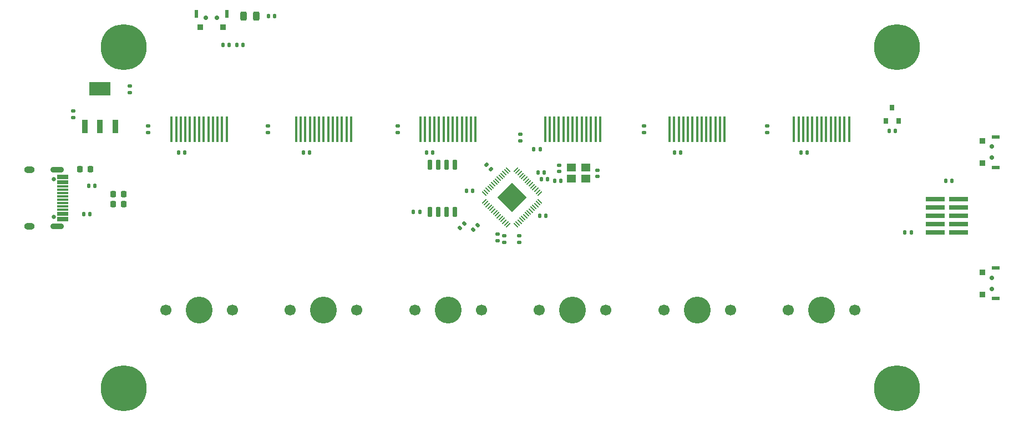
<source format=gbs>
G04 #@! TF.GenerationSoftware,KiCad,Pcbnew,6.0.7-f9a2dced07~116~ubuntu22.04.1*
G04 #@! TF.CreationDate,2022-09-04T10:12:19-07:00*
G04 #@! TF.ProjectId,keypad-base-rp2040,6b657970-6164-42d6-9261-73652d727032,Jun2021*
G04 #@! TF.SameCoordinates,PX55fe290PY71d9820*
G04 #@! TF.FileFunction,Soldermask,Bot*
G04 #@! TF.FilePolarity,Negative*
%FSLAX46Y46*%
G04 Gerber Fmt 4.6, Leading zero omitted, Abs format (unit mm)*
G04 Created by KiCad (PCBNEW 6.0.7-f9a2dced07~116~ubuntu22.04.1) date 2022-09-04 10:12:19*
%MOMM*%
%LPD*%
G01*
G04 APERTURE LIST*
G04 Aperture macros list*
%AMRoundRect*
0 Rectangle with rounded corners*
0 $1 Rounding radius*
0 $2 $3 $4 $5 $6 $7 $8 $9 X,Y pos of 4 corners*
0 Add a 4 corners polygon primitive as box body*
4,1,4,$2,$3,$4,$5,$6,$7,$8,$9,$2,$3,0*
0 Add four circle primitives for the rounded corners*
1,1,$1+$1,$2,$3*
1,1,$1+$1,$4,$5*
1,1,$1+$1,$6,$7*
1,1,$1+$1,$8,$9*
0 Add four rect primitives between the rounded corners*
20,1,$1+$1,$2,$3,$4,$5,0*
20,1,$1+$1,$4,$5,$6,$7,0*
20,1,$1+$1,$6,$7,$8,$9,0*
20,1,$1+$1,$8,$9,$2,$3,0*%
G04 Aperture macros list end*
%ADD10C,4.100000*%
%ADD11C,1.700000*%
%ADD12C,0.700000*%
%ADD13R,0.900000X0.900000*%
%ADD14R,1.200000X0.600000*%
%ADD15R,0.400000X4.000000*%
%ADD16C,0.650000*%
%ADD17R,1.750000X0.300000*%
%ADD18O,2.100000X0.900000*%
%ADD19O,1.600000X1.000000*%
%ADD20C,7.000000*%
%ADD21RoundRect,0.147500X0.172500X-0.147500X0.172500X0.147500X-0.172500X0.147500X-0.172500X-0.147500X0*%
%ADD22RoundRect,0.147500X-0.172500X0.147500X-0.172500X-0.147500X0.172500X-0.147500X0.172500X0.147500X0*%
%ADD23RoundRect,0.147500X-0.017678X0.226274X-0.226274X0.017678X0.017678X-0.226274X0.226274X-0.017678X0*%
%ADD24RoundRect,0.218750X0.218750X0.256250X-0.218750X0.256250X-0.218750X-0.256250X0.218750X-0.256250X0*%
%ADD25RoundRect,0.147500X0.147500X0.172500X-0.147500X0.172500X-0.147500X-0.172500X0.147500X-0.172500X0*%
%ADD26RoundRect,0.147500X-0.147500X-0.172500X0.147500X-0.172500X0.147500X0.172500X-0.147500X0.172500X0*%
%ADD27R,1.400000X1.200000*%
%ADD28R,0.950000X2.150000*%
%ADD29R,3.250000X2.150000*%
%ADD30RoundRect,0.147500X0.226274X0.017678X0.017678X0.226274X-0.226274X-0.017678X-0.017678X-0.226274X0*%
%ADD31R,2.997200X0.762000*%
%ADD32RoundRect,0.218750X-0.218750X-0.256250X0.218750X-0.256250X0.218750X0.256250X-0.218750X0.256250X0*%
%ADD33RoundRect,0.243750X-0.243750X-0.456250X0.243750X-0.456250X0.243750X0.456250X-0.243750X0.456250X0*%
%ADD34R,0.600000X1.200000*%
%ADD35R,0.800000X0.900000*%
%ADD36RoundRect,0.050000X-0.309359X0.238649X0.238649X-0.309359X0.309359X-0.238649X-0.238649X0.309359X0*%
%ADD37RoundRect,0.050000X-0.309359X-0.238649X-0.238649X-0.309359X0.309359X0.238649X0.238649X0.309359X0*%
%ADD38RoundRect,0.144000X-2.059095X0.000000X0.000000X-2.059095X2.059095X0.000000X0.000000X2.059095X0*%
%ADD39RoundRect,0.150000X-0.150000X0.650000X-0.150000X-0.650000X0.150000X-0.650000X0.150000X0.650000X0*%
G04 APERTURE END LIST*
D10*
G04 #@! TO.C,SW1*
X28830000Y19380000D03*
D11*
X23750000Y19380000D03*
X33910000Y19380000D03*
G04 #@! TD*
G04 #@! TO.C,SW2*
X52910000Y19380000D03*
D10*
X47830000Y19380000D03*
D11*
X42750000Y19380000D03*
G04 #@! TD*
G04 #@! TO.C,SW3*
X71910000Y19380000D03*
D10*
X66830000Y19380000D03*
D11*
X61750000Y19380000D03*
G04 #@! TD*
D10*
G04 #@! TO.C,SW4*
X85830000Y19380000D03*
D11*
X90910000Y19380000D03*
X80750000Y19380000D03*
G04 #@! TD*
G04 #@! TO.C,SW5*
X99750000Y19380000D03*
D10*
X104830000Y19380000D03*
D11*
X109910000Y19380000D03*
G04 #@! TD*
G04 #@! TO.C,SW6*
X118750000Y19380000D03*
D10*
X123830000Y19380000D03*
D11*
X128910000Y19380000D03*
G04 #@! TD*
D12*
G04 #@! TO.C,SW8*
X149830000Y44330000D03*
X149830000Y42630000D03*
D13*
X148380000Y45180000D03*
X148380000Y41780000D03*
D14*
X150430000Y41180000D03*
X150430000Y45780000D03*
G04 #@! TD*
D12*
G04 #@! TO.C,SW7*
X149830000Y24330000D03*
X149830000Y22630000D03*
D13*
X148380000Y25180000D03*
X148380000Y21780000D03*
D14*
X150430000Y21180000D03*
X150430000Y25780000D03*
G04 #@! TD*
D15*
G04 #@! TO.C,U3*
X33030000Y46956000D03*
X32330000Y46956000D03*
X31630000Y46956000D03*
X30930000Y46956000D03*
X30230000Y46956000D03*
X29530000Y46956000D03*
X28830000Y46956000D03*
X28130000Y46956000D03*
X27430000Y46956000D03*
X26730000Y46956000D03*
X26030000Y46956000D03*
X25330000Y46956000D03*
X24630000Y46956000D03*
G04 #@! TD*
G04 #@! TO.C,U4*
X52030000Y46956000D03*
X51330000Y46956000D03*
X50630000Y46956000D03*
X49930000Y46956000D03*
X49230000Y46956000D03*
X48530000Y46956000D03*
X47830000Y46956000D03*
X47130000Y46956000D03*
X46430000Y46956000D03*
X45730000Y46956000D03*
X45030000Y46956000D03*
X44330000Y46956000D03*
X43630000Y46956000D03*
G04 #@! TD*
G04 #@! TO.C,U5*
X71030000Y46956000D03*
X70330000Y46956000D03*
X69630000Y46956000D03*
X68930000Y46956000D03*
X68230000Y46956000D03*
X67530000Y46956000D03*
X66830000Y46956000D03*
X66130000Y46956000D03*
X65430000Y46956000D03*
X64730000Y46956000D03*
X64030000Y46956000D03*
X63330000Y46956000D03*
X62630000Y46956000D03*
G04 #@! TD*
G04 #@! TO.C,U7*
X109030000Y46956000D03*
X108330000Y46956000D03*
X107630000Y46956000D03*
X106930000Y46956000D03*
X106230000Y46956000D03*
X105530000Y46956000D03*
X104830000Y46956000D03*
X104130000Y46956000D03*
X103430000Y46956000D03*
X102730000Y46956000D03*
X102030000Y46956000D03*
X101330000Y46956000D03*
X100630000Y46956000D03*
G04 #@! TD*
G04 #@! TO.C,U8*
X128030000Y46956000D03*
X127330000Y46956000D03*
X126630000Y46956000D03*
X125930000Y46956000D03*
X125230000Y46956000D03*
X124530000Y46956000D03*
X123830000Y46956000D03*
X123130000Y46956000D03*
X122430000Y46956000D03*
X121730000Y46956000D03*
X121030000Y46956000D03*
X120330000Y46956000D03*
X119630000Y46956000D03*
G04 #@! TD*
D16*
G04 #@! TO.C,J1*
X6640000Y39370000D03*
X6640000Y33590000D03*
D17*
X7980000Y33130000D03*
X7980000Y33930000D03*
X7980000Y35230000D03*
X7980000Y36230000D03*
X7980000Y36730000D03*
X7980000Y37730000D03*
X7980000Y39030000D03*
X7980000Y39830000D03*
X7980000Y39530000D03*
X7980000Y38730000D03*
X7980000Y38230000D03*
X7980000Y37230000D03*
X7980000Y35730000D03*
X7980000Y34730000D03*
X7980000Y34230000D03*
X7980000Y33430000D03*
D18*
X7140000Y40800000D03*
D19*
X2960000Y32160000D03*
X2960000Y40800000D03*
D18*
X7140000Y32160000D03*
G04 #@! TD*
D15*
G04 #@! TO.C,U6*
X90030000Y46956000D03*
X89330000Y46956000D03*
X88630000Y46956000D03*
X87930000Y46956000D03*
X87230000Y46956000D03*
X86530000Y46956000D03*
X85830000Y46956000D03*
X85130000Y46956000D03*
X84430000Y46956000D03*
X83730000Y46956000D03*
X83030000Y46956000D03*
X82330000Y46956000D03*
X81630000Y46956000D03*
G04 #@! TD*
D20*
G04 #@! TO.C,H2*
X135330000Y7480000D03*
G04 #@! TD*
G04 #@! TO.C,H3*
X135330000Y59480000D03*
G04 #@! TD*
G04 #@! TO.C,H4*
X17330000Y59480000D03*
G04 #@! TD*
G04 #@! TO.C,H5*
X17330000Y7480000D03*
G04 #@! TD*
D21*
G04 #@! TO.C,R9*
X39370000Y46505000D03*
X39370000Y47475000D03*
G04 #@! TD*
D22*
G04 #@! TO.C,C13*
X77724000Y30711000D03*
X77724000Y29741000D03*
G04 #@! TD*
D23*
G04 #@! TO.C,C14*
X71310547Y32346947D03*
X70624653Y31661053D03*
G04 #@! TD*
D24*
G04 #@! TO.C,R3*
X17297500Y35560000D03*
X15722500Y35560000D03*
G04 #@! TD*
D25*
G04 #@! TO.C,C8*
X62511800Y34391600D03*
X61541800Y34391600D03*
G04 #@! TD*
D24*
G04 #@! TO.C,R4*
X17297500Y37084000D03*
X15722500Y37084000D03*
G04 #@! TD*
D25*
G04 #@! TO.C,C21*
X102339000Y43434000D03*
X101369000Y43434000D03*
G04 #@! TD*
D21*
G04 #@! TO.C,R12*
X96774000Y46505000D03*
X96774000Y47475000D03*
G04 #@! TD*
D25*
G04 #@! TO.C,C19*
X64493000Y43434000D03*
X63523000Y43434000D03*
G04 #@! TD*
G04 #@! TO.C,C17*
X45697000Y43434000D03*
X44727000Y43434000D03*
G04 #@! TD*
D26*
G04 #@! TO.C,C12*
X80795000Y33782000D03*
X81765000Y33782000D03*
G04 #@! TD*
D22*
G04 #@! TO.C,C1*
X83820000Y41506000D03*
X83820000Y40536000D03*
G04 #@! TD*
D27*
G04 #@! TO.C,X1*
X85615600Y41109000D03*
X87815600Y41109000D03*
X87815600Y39409000D03*
X85615600Y39409000D03*
G04 #@! TD*
D25*
G04 #@! TO.C,R16*
X40363000Y64262000D03*
X39393000Y64262000D03*
G04 #@! TD*
G04 #@! TO.C,C20*
X80876000Y43942000D03*
X79906000Y43942000D03*
G04 #@! TD*
G04 #@! TO.C,C6*
X70589000Y37592000D03*
X69619000Y37592000D03*
G04 #@! TD*
D26*
G04 #@! TO.C,R7*
X142771000Y39116000D03*
X143741000Y39116000D03*
G04 #@! TD*
D25*
G04 #@! TO.C,R15*
X135105000Y46736000D03*
X134135000Y46736000D03*
G04 #@! TD*
G04 #@! TO.C,C10*
X137518000Y31242000D03*
X136548000Y31242000D03*
G04 #@! TD*
D28*
G04 #@! TO.C,VR1*
X16016000Y47392000D03*
X13716000Y47392000D03*
X11416000Y47392000D03*
D29*
X13716000Y53192000D03*
G04 #@! TD*
D22*
G04 #@! TO.C,C18*
X18288000Y53571000D03*
X18288000Y52601000D03*
G04 #@! TD*
D30*
G04 #@! TO.C,C7*
X73393347Y40855853D03*
X72707453Y41541747D03*
G04 #@! TD*
D21*
G04 #@! TO.C,R13*
X115570000Y46505000D03*
X115570000Y47475000D03*
G04 #@! TD*
D31*
G04 #@! TO.C,J3*
X141224000Y31242000D03*
X144780000Y31242000D03*
X141224000Y32512000D03*
X144780000Y32512000D03*
X141224000Y33782000D03*
X144780000Y33782000D03*
X141224000Y35052000D03*
X144780000Y35052000D03*
X141224000Y36322000D03*
X144780000Y36322000D03*
G04 #@! TD*
D26*
G04 #@! TO.C,R2*
X11199000Y34036000D03*
X12169000Y34036000D03*
G04 #@! TD*
D21*
G04 #@! TO.C,R10*
X59182000Y46505000D03*
X59182000Y47475000D03*
G04 #@! TD*
D32*
G04 #@! TO.C,C9*
X10642500Y40894000D03*
X12217500Y40894000D03*
G04 #@! TD*
D33*
G04 #@! TO.C,D1*
X35638500Y64262000D03*
X37513500Y64262000D03*
G04 #@! TD*
D26*
G04 #@! TO.C,C11*
X80541000Y40386000D03*
X81511000Y40386000D03*
G04 #@! TD*
D23*
G04 #@! TO.C,C3*
X69278547Y32600947D03*
X68592653Y31915053D03*
G04 #@! TD*
D22*
G04 #@! TO.C,C5*
X74422000Y30965000D03*
X74422000Y29995000D03*
G04 #@! TD*
D25*
G04 #@! TO.C,R14*
X33403400Y59842400D03*
X32433400Y59842400D03*
G04 #@! TD*
D12*
G04 #@! TO.C,SW9*
X29884000Y64000000D03*
X31584000Y64000000D03*
D13*
X29034000Y62550000D03*
X32434000Y62550000D03*
D34*
X28434000Y64600000D03*
X33034000Y64600000D03*
G04 #@! TD*
D25*
G04 #@! TO.C,C15*
X26647000Y43434000D03*
X25677000Y43434000D03*
G04 #@! TD*
D26*
G04 #@! TO.C,R5*
X11961000Y38354000D03*
X12931000Y38354000D03*
G04 #@! TD*
D21*
G04 #@! TO.C,R11*
X77851000Y45235000D03*
X77851000Y46205000D03*
G04 #@! TD*
D26*
G04 #@! TO.C,C4*
X81049000Y39370000D03*
X82019000Y39370000D03*
G04 #@! TD*
D21*
G04 #@! TO.C,C16*
X9652000Y48791000D03*
X9652000Y49761000D03*
G04 #@! TD*
G04 #@! TO.C,R6*
X21082000Y46505000D03*
X21082000Y47475000D03*
G04 #@! TD*
D22*
G04 #@! TO.C,C23*
X75438000Y30711000D03*
X75438000Y29741000D03*
G04 #@! TD*
D26*
G04 #@! TO.C,R1*
X83081000Y39116000D03*
X84051000Y39116000D03*
G04 #@! TD*
D21*
G04 #@! TO.C,C2*
X89662000Y39774000D03*
X89662000Y40744000D03*
G04 #@! TD*
D25*
G04 #@! TO.C,C22*
X121643000Y43434000D03*
X120673000Y43434000D03*
G04 #@! TD*
G04 #@! TO.C,R8*
X35537000Y59842400D03*
X34567000Y59842400D03*
G04 #@! TD*
D35*
G04 #@! TO.C,Q1*
X135570000Y48276000D03*
X133670000Y48276000D03*
X134620000Y50276000D03*
G04 #@! TD*
D36*
G04 #@! TO.C,U1*
X72314843Y37168202D03*
X72597686Y37451045D03*
X72880528Y37733887D03*
X73163371Y38016730D03*
X73446214Y38299573D03*
X73729056Y38582415D03*
X74011899Y38865258D03*
X74294742Y39148101D03*
X74577585Y39430944D03*
X74860427Y39713786D03*
X75143270Y39996629D03*
X75426113Y40279472D03*
X75708955Y40562314D03*
X75991798Y40845157D03*
D37*
X77176202Y40845157D03*
X77459045Y40562314D03*
X77741887Y40279472D03*
X78024730Y39996629D03*
X78307573Y39713786D03*
X78590415Y39430944D03*
X78873258Y39148101D03*
X79156101Y38865258D03*
X79438944Y38582415D03*
X79721786Y38299573D03*
X80004629Y38016730D03*
X80287472Y37733887D03*
X80570314Y37451045D03*
X80853157Y37168202D03*
D36*
X80853157Y35983798D03*
X80570314Y35700955D03*
X80287472Y35418113D03*
X80004629Y35135270D03*
X79721786Y34852427D03*
X79438944Y34569585D03*
X79156101Y34286742D03*
X78873258Y34003899D03*
X78590415Y33721056D03*
X78307573Y33438214D03*
X78024730Y33155371D03*
X77741887Y32872528D03*
X77459045Y32589686D03*
X77176202Y32306843D03*
D37*
X75991798Y32306843D03*
X75708955Y32589686D03*
X75426113Y32872528D03*
X75143270Y33155371D03*
X74860427Y33438214D03*
X74577585Y33721056D03*
X74294742Y34003899D03*
X74011899Y34286742D03*
X73729056Y34569585D03*
X73446214Y34852427D03*
X73163371Y35135270D03*
X72880528Y35418113D03*
X72597686Y35700955D03*
X72314843Y35983798D03*
D38*
X76584000Y36576000D03*
G04 #@! TD*
D39*
G04 #@! TO.C,U11*
X64033400Y41598400D03*
X65303400Y41598400D03*
X66573400Y41598400D03*
X67843400Y41598400D03*
X67843400Y34398400D03*
X66573400Y34398400D03*
X65303400Y34398400D03*
X64033400Y34398400D03*
G04 #@! TD*
M02*

</source>
